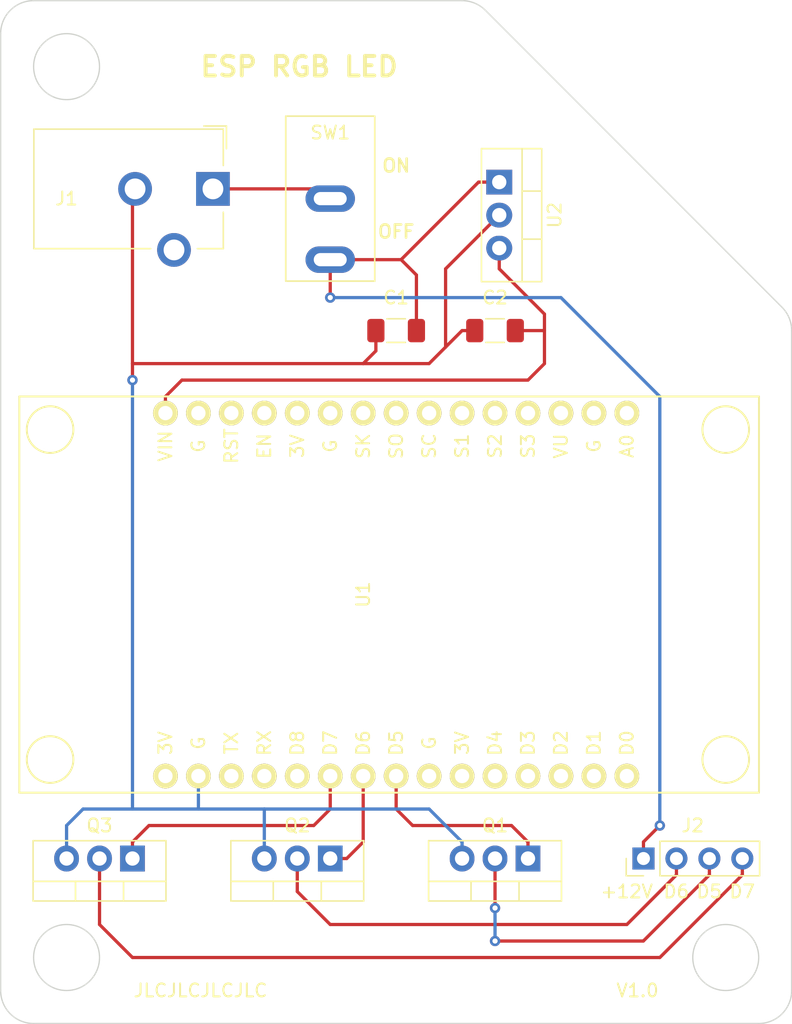
<source format=kicad_pcb>
(kicad_pcb (version 20211014) (generator pcbnew)
  (layers (0 "F.Cu" signal) (31 "B.Cu" signal) (34 "B.Paste" user) (35 "F.Paste" user) (36 "B.SilkS" user "B.Silkscreen") (37 "F.SilkS" user "F.Silkscreen") (38 "B.Mask" user) (39 "F.Mask" user) (44 "Edge.Cuts" user))
  (net 0 "")
  (net 1 "+12V")
  (net 2 "GND")
  (net 3 "Net-(C2-Pad1)")
  (net 5 "Net-(J2-Pad2)")
  (net 6 "Net-(J2-Pad3)")
  (net 7 "Net-(J2-Pad4)")
  (net 8 "Net-(Q1-Pad1)")
  (net 9 "Net-(Q2-Pad1)")
  (net 10 "Net-(Q3-Pad1)")
  (net 36 "Net-(J1-Pad1)")
  (footprint "ESP8266:NodeMCU-LoLinV3" (layer "F.Cu") (at 43.18 60.96 -90)
    (fp_text reference "U1" (at 0 0 90) (layer "F.SilkS"))
    (fp_text value "NodeMCU v3")
    (fp_text user "SC" (at -11.43 -5.08 90) (layer "F.SilkS"))
    (fp_text user "G" (at -11.43 -17.78 90) (layer "F.SilkS"))
    (fp_text user "D1" (at 11.43 -17.78 90) (layer "F.SilkS"))
    (fp_text user "VIN" (at -11.43 15.24 90) (layer "F.SilkS"))
    (fp_text user "TX" (at 11.43 10.16 90) (layer "F.SilkS"))
    (fp_text user "D4" (at 11.43 -10.16 90) (layer "F.SilkS"))
    (fp_text user "S1" (at -11.43 -7.62 90) (layer "F.SilkS"))
    (fp_text user "SO" (at -11.43 -2.54 90) (layer "F.SilkS"))
    (fp_text user "3V" (at 11.43 15.24 90) (layer "F.SilkS"))
    (fp_text user "G" (at -11.43 2.54 90) (layer "F.SilkS"))
    (fp_text user "D3" (at 11.43 -12.7 90) (layer "F.SilkS"))
    (fp_text user "RX" (at 11.43 7.62 90) (layer "F.SilkS"))
    (fp_text user "G" (at 11.43 12.7 90) (layer "F.SilkS"))
    (fp_text user "D5" (at 11.43 -2.54 90) (layer "F.SilkS"))
    (fp_text user "S3" (at -11.43 -12.7 90) (layer "F.SilkS"))
    (fp_text user "EN" (at -11.43 7.62 90) (layer "F.SilkS"))
    (fp_text user "VU" (at -11.43 -15.24 90) (layer "F.SilkS"))
    (fp_text user "D6" (at 11.43 0 90) (layer "F.SilkS"))
    (fp_text user "D7" (at 11.43 2.54 90) (layer "F.SilkS"))
    (fp_text user "3V" (at 11.43 -7.62 90) (layer "F.SilkS"))
    (fp_text user "RST" (at -11.43 10.16 90) (layer "F.SilkS"))
    (fp_text user "D8" (at 11.43 5.08 90) (layer "F.SilkS"))
    (fp_text user "D2" (at 11.43 -15.24 90) (layer "F.SilkS"))
    (fp_text user "G" (at 11.43 -5.08 90) (layer "F.SilkS"))
    (fp_text user "D0" (at 11.43 -20.32 90) (layer "F.SilkS"))
    (fp_text user "SK" (at -11.43 0 90) (layer "F.SilkS"))
    (fp_text user "G" (at -11.43 12.7 90) (layer "F.SilkS"))
    (fp_text user "3V" (at -11.43 5.08 90) (layer "F.SilkS"))
    (fp_text user "S2" (at -11.43 -10.16 90) (layer "F.SilkS"))
    (fp_text user "A0" (at -11.43 -20.32 90) (layer "F.SilkS"))
    (fp_line (start 15.25 -30.5) (end -14.75 -30.5) (layer "F.SilkS") (width 0.15))
    (fp_line (start 15.25 26.5) (end 15.25 -30.5) (layer "F.SilkS") (width 0.15))
    (fp_line (start -15.25 -30.5) (end -15.25 26.5) (layer "F.SilkS") (width 0.15))
    (fp_line (start -14.75 -30.5) (end -15.25 -30.5) (layer "F.SilkS") (width 0.15))
    (fp_line (start -15.25 26.5) (end 15.25 26.5) (layer "F.SilkS") (width 0.15))
    (fp_circle (center 12.7 24.13) (end 13.97 22.86) (layer "F.SilkS") (width 0.15) (fill none))
    (fp_circle (center -12.7 -27.94) (end -11.43 -29.21) (layer "F.SilkS") (width 0.15) (fill none))
    (fp_circle (center 12.7 -27.94) (end 13.97 -29.21) (layer "F.SilkS") (width 0.15) (fill none))
    (fp_circle (center -12.7 24.13) (end -11.43 22.86) (layer "F.SilkS") (width 0.15) (fill none))
    (pad "1" thru_hole circle (at -13.97 -20.32 270) (size 1.905 1.905) (drill 1.1) (layers *.Cu *.Mask "F.SilkS"))
    (pad "2" thru_hole circle (at -13.97 -17.78 270) (size 1.905 1.905) (drill 1.1) (layers *.Cu *.Mask "F.SilkS"))
    (pad "3" thru_hole circle (at -13.97 -15.24 270) (size 1.905 1.905) (drill 1.1) (layers *.Cu *.Mask "F.SilkS"))
    (pad "4" thru_hole circle (at -13.97 -12.7 270) (size 1.905 1.905) (drill 1.1) (layers *.Cu *.Mask "F.SilkS"))
    (pad "5" thru_hole circle (at -13.97 -10.16 270) (size 1.905 1.905) (drill 1.1) (layers *.Cu *.Mask "F.SilkS"))
    (pad "6" thru_hole circle (at -13.97 -7.62 270) (size 1.905 1.905) (drill 1.1) (layers *.Cu *.Mask "F.SilkS"))
    (pad "7" thru_hole circle (at -13.97 -5.08 270) (size 1.905 1.905) (drill 1.1) (layers *.Cu *.Mask "F.SilkS"))
    (pad "8" thru_hole circle (at -13.97 -2.54 270) (size 1.905 1.905) (drill 1.1) (layers *.Cu *.Mask "F.SilkS"))
    (pad "9" thru_hole circle (at -13.97 0 270) (size 1.905 1.905) (drill 1.1) (layers *.Cu *.Mask "F.SilkS"))
    (pad "10" thru_hole circle (at -13.97 2.54 270) (size 1.905 1.905) (drill 1.1) (layers *.Cu *.Mask "F.SilkS"))
    (pad "11" thru_hole circle (at -13.97 5.08 270) (size 1.905 1.905) (drill 1.1) (layers *.Cu *.Mask "F.SilkS"))
    (pad "12" thru_hole circle (at -13.97 7.62 270) (size 1.905 1.905) (drill 1.1) (layers *.Cu *.Mask "F.SilkS"))
    (pad "13" thru_hole circle (at -13.97 10.16 270) (size 1.905 1.905) (drill 1.1) (layers *.Cu *.Mask "F.SilkS"))
    (pad "14" thru_hole circle (at -13.97 12.7 270) (size 1.905 1.905) (drill 1.1) (layers *.Cu *.Mask "F.SilkS"))
    (pad "15" thru_hole circle (at -13.97 15.24 270) (size 1.905 1.905) (drill 1.1) (layers *.Cu *.Mask "F.SilkS") (net 3 "Net-(C2-Pad1)"))
    (pad "16" thru_hole circle (at 13.97 15.24 270) (size 1.905 1.905) (drill 1.1) (layers *.Cu *.Mask "F.SilkS"))
    (pad "17" thru_hole circle (at 13.97 12.7 270) (size 1.905 1.905) (drill 1.1) (layers *.Cu *.Mask "F.SilkS") (net 2 "GND"))
    (pad "18" thru_hole circle (at 13.97 10.16 270) (size 1.905 1.905) (drill 1.1) (layers *.Cu *.Mask "F.SilkS"))
    (pad "19" thru_hole circle (at 13.97 7.62 270) (size 1.905 1.905) (drill 1.1) (layers *.Cu *.Mask "F.SilkS"))
    (pad "20" thru_hole circle (at 13.97 5.08 270) (size 1.905 1.905) (drill 1.1) (layers *.Cu *.Mask "F.SilkS"))
    (pad "21" thru_hole circle (at 13.97 2.54 270) (size 1.905 1.905) (drill 1.1) (layers *.Cu *.Mask "F.SilkS") (net 10 "Net-(Q3-Pad1)"))
    (pad "22" thru_hole circle (at 13.97 0 270) (size 1.905 1.905) (drill 1.1) (layers *.Cu *.Mask "F.SilkS") (net 9 "Net-(Q2-Pad1)"))
    (pad "23" thru_hole circle (at 13.97 -2.54 270) (size 1.905 1.905) (drill 1.1) (layers *.Cu *.Mask "F.SilkS") (net 8 "Net-(Q1-Pad1)"))
    (pad "24" thru_hole circle (at 13.97 -5.08 270) (size 1.905 1.905) (drill 1.1) (layers *.Cu *.Mask "F.SilkS"))
    (pad "25" thru_hole circle (at 13.97 -7.62 270) (size 1.905 1.905) (drill 1.1) (layers *.Cu *.Mask "F.SilkS"))
    (pad "26" thru_hole circle (at 13.97 -10.16 270) (size 1.905 1.905) (drill 1.1) (layers *.Cu *.Mask "F.SilkS"))
    (pad "27" thru_hole circle (at 13.97 -12.7 270) (size 1.905 1.905) (drill 1.1) (layers *.Cu *.Mask "F.SilkS"))
    (pad "28" thru_hole circle (at 13.97 -15.24 270) (size 1.905 1.905) (drill 1.1) (layers *.Cu *.Mask "F.SilkS"))
    (pad "29" thru_hole circle (at 13.97 -17.78 270) (size 1.905 1.905) (drill 1.1) (layers *.Cu *.Mask "F.SilkS"))
    (pad "30" thru_hole circle (at 13.97 -20.32 270) (size 1.905 1.905) (drill 1.1) (layers *.Cu *.Mask "F.SilkS"))
  )
  (footprint "Package_TO_SOT_THT:TO-220-3_Vertical" (layer "F.Cu") (at 40.64 81.28 180)
    (fp_text reference "Q2" (at 2.54 2.54) (layer "F.SilkS"))
    (fp_text value "IRLB8721PBF")
    (fp_line (start -2.58 -3.27) (end -2.58 1.371) (layer "F.SilkS") (width 0.12))
    (fp_line (start -2.58 -1.76) (end 7.66 -1.76) (layer "F.SilkS") (width 0.12))
    (fp_line (start -2.58 -3.27) (end 7.66 -3.27) (layer "F.SilkS") (width 0.12))
    (fp_line (start -2.58 1.371) (end 7.66 1.371) (layer "F.SilkS") (width 0.12))
    (fp_line (start 7.66 -3.27) (end 7.66 1.371) (layer "F.SilkS") (width 0.12))
    (fp_line (start 0.69 -3.27) (end 0.69 -1.76) (layer "F.SilkS") (width 0.12))
    (fp_line (start 4.391 -3.27) (end 4.391 -1.76) (layer "F.SilkS") (width 0.12))
    (pad "1" thru_hole rect (at 0 0 180) (size 1.905 2) (drill 1.1) (layers *.Cu *.Mask) (net 9 "Net-(Q2-Pad1)"))
    (pad "2" thru_hole oval (at 2.54 0 180) (size 1.905 2) (drill 1.1) (layers *.Cu *.Mask) (net 5 "Net-(J2-Pad2)"))
    (pad "3" thru_hole oval (at 5.08 0 180) (size 1.905 2) (drill 1.1) (layers *.Cu *.Mask) (net 2 "GND"))
  )
  (footprint "Capacitor_SMD:C_1206_3216Metric_Pad1.33x1.80mm_HandSolder" (layer "F.Cu") (at 53.34 40.64 180)
    (fp_text reference "C2" (at 0 2.54) (layer "F.SilkS"))
    (fp_text value "0.1µF")
    (fp_line (start -0.711252 0.91) (end 0.711252 0.91) (layer "F.SilkS") (width 0.12))
    (fp_line (start -0.711252 -0.91) (end 0.711252 -0.91) (layer "F.SilkS") (width 0.12))
    (pad "1" smd roundrect (at -1.5625 0 180) (size 1.325 1.8) (layers "F.Cu" "F.Paste" "F.Mask") (roundrect_rratio 0.1886792453) (net 3 "Net-(C2-Pad1)"))
    (pad "2" smd roundrect (at 1.5625 0 180) (size 1.325 1.8) (layers "F.Cu" "F.Paste" "F.Mask") (roundrect_rratio 0.1886792453) (net 2 "GND"))
  )
  (footprint "Package_TO_SOT_THT:TO-220-3_Vertical" (layer "F.Cu") (at 53.665 29.21 -90)
    (fp_text reference "U2" (at 2.54 -4.27 90) (layer "F.SilkS"))
    (fp_text value "LM7805_TO220")
    (fp_line (start -2.58 -3.27) (end -2.58 1.371) (layer "F.SilkS") (width 0.12))
    (fp_line (start 7.66 -3.27) (end 7.66 1.371) (layer "F.SilkS") (width 0.12))
    (fp_line (start -2.58 -3.27) (end 7.66 -3.27) (layer "F.SilkS") (width 0.12))
    (fp_line (start 4.391 -3.27) (end 4.391 -1.76) (layer "F.SilkS") (width 0.12))
    (fp_line (start -2.58 1.371) (end 7.66 1.371) (layer "F.SilkS") (width 0.12))
    (fp_line (start 0.69 -3.27) (end 0.69 -1.76) (layer "F.SilkS") (width 0.12))
    (fp_line (start -2.58 -1.76) (end 7.66 -1.76) (layer "F.SilkS") (width 0.12))
    (pad "1" thru_hole rect (at 0 0 270) (size 1.905 2) (drill 1.1) (layers *.Cu *.Mask) (net 1 "+12V"))
    (pad "2" thru_hole oval (at 2.54 0 270) (size 1.905 2) (drill 1.1) (layers *.Cu *.Mask) (net 2 "GND"))
    (pad "3" thru_hole oval (at 5.08 0 270) (size 1.905 2) (drill 1.1) (layers *.Cu *.Mask) (net 3 "Net-(C2-Pad1)"))
  )
  (footprint "Connector_BarrelJack:BarrelJack_CUI_PJ-102AH_Horizontal" (layer "F.Cu") (at 31.6 29.73 -90)
    (fp_text reference "J1" (at 0.75 11.28) (layer "F.SilkS"))
    (fp_text value "Barrel_Jack_Switch")
    (fp_line (start -4.6 13.8) (end -4.6 -0.8) (layer "F.SilkS") (width 0.12))
    (fp_line (start 4.6 4.8) (end 4.6 13.8) (layer "F.SilkS") (width 0.12))
    (fp_line (start 4.6 13.8) (end -4.6 13.8) (layer "F.SilkS") (width 0.12))
    (fp_line (start -4.84 -1.04) (end -3.1 -1.04) (layer "F.SilkS") (width 0.12))
    (fp_line (start -4.6 -0.8) (end -1.8 -0.8) (layer "F.SilkS") (width 0.12))
    (fp_line (start 4.6 -0.8) (end 4.6 1.2) (layer "F.SilkS") (width 0.12))
    (fp_line (start -4.84 0.7) (end -4.84 -1.04) (layer "F.SilkS") (width 0.12))
    (fp_line (start 1.8 -0.8) (end 4.6 -0.8) (layer "F.SilkS") (width 0.12))
    (pad "1" thru_hole rect (at 0 0 270) (size 2.6 2.6) (drill 1.6) (layers *.Cu *.Mask) (net 36 "Net-(J1-Pad1)"))
    (pad "2" thru_hole circle (at 0 6 270) (size 2.6 2.6) (drill 1.6) (layers *.Cu *.Mask) (net 2 "GND"))
    (pad "3" thru_hole circle (at 4.7 3 270) (size 2.6 2.6) (drill 1.6) (layers *.Cu *.Mask))
  )
  (footprint "Connector_PinHeader_2.54mm:PinHeader_1x04_P2.54mm_Vertical" (layer "F.Cu") (at 64.78 81.28 90)
    (fp_text reference "J2" (at 2.54 3.8) (layer "F.SilkS"))
    (fp_text value "Conn_01x04")
    (fp_line (start -1.33 1.27) (end -1.33 8.95) (layer "F.SilkS") (width 0.12))
    (fp_line (start -1.33 -1.33) (end 0 -1.33) (layer "F.SilkS") (width 0.12))
    (fp_line (start -1.33 0) (end -1.33 -1.33) (layer "F.SilkS") (width 0.12))
    (fp_line (start -1.33 1.27) (end 1.33 1.27) (layer "F.SilkS") (width 0.12))
    (fp_line (start 1.33 1.27) (end 1.33 8.95) (layer "F.SilkS") (width 0.12))
    (fp_line (start -1.33 8.95) (end 1.33 8.95) (layer "F.SilkS") (width 0.12))
    (pad "1" thru_hole rect (at 0 0 90) (size 1.7 1.7) (drill 1) (layers *.Cu *.Mask) (net 1 "+12V"))
    (pad "2" thru_hole oval (at 0 2.54 90) (size 1.7 1.7) (drill 1) (layers *.Cu *.Mask) (net 5 "Net-(J2-Pad2)"))
    (pad "3" thru_hole oval (at 0 5.08 90) (size 1.7 1.7) (drill 1) (layers *.Cu *.Mask) (net 6 "Net-(J2-Pad3)"))
    (pad "4" thru_hole oval (at 0 7.62 90) (size 1.7 1.7) (drill 1) (layers *.Cu *.Mask) (net 7 "Net-(J2-Pad4)"))
  )
  (footprint "Sean:RSPro_Toggle_SPST" (layer "F.Cu") (at 40.64 30.48 180)
    (fp_text reference "SW1" (at 0 5.08) (layer "F.SilkS"))
    (fp_text value "SW_SPST")
    (fp_rect (start -3.429 -6.35) (end 3.429 6.35) (layer "F.SilkS") (width 0.127) (fill none))
    (pad "1" thru_hole oval (at 0 0 180) (size 3.81 2.032) (drill oval 2.54 1.016) (layers *.Cu *.Mask) (net 36 "Net-(J1-Pad1)"))
    (pad "2" thru_hole oval (at 0 -4.699 180) (size 3.81 2.032) (drill oval 2.54 1.016) (layers *.Cu *.Mask) (net 1 "+12V"))
  )
  (footprint "Package_TO_SOT_THT:TO-220-3_Vertical" (layer "F.Cu") (at 25.4 81.28 180)
    (fp_text reference "Q3" (at 2.54 2.54) (layer "F.SilkS"))
    (fp_text value "IRLB8721PBF")
    (fp_line (start -2.58 -3.27) (end -2.58 1.371) (layer "F.SilkS") (width 0.12))
    (fp_line (start 7.66 -3.27) (end 7.66 1.371) (layer "F.SilkS") (width 0.12))
    (fp_line (start -2.58 -1.76) (end 7.66 -1.76) (layer "F.SilkS") (width 0.12))
    (fp_line (start 4.391 -3.27) (end 4.391 -1.76) (layer "F.SilkS") (width 0.12))
    (fp_line (start 0.69 -3.27) (end 0.69 -1.76) (layer "F.SilkS") (width 0.12))
    (fp_line (start -2.58 -3.27) (end 7.66 -3.27) (layer "F.SilkS") (width 0.12))
    (fp_line (start -2.58 1.371) (end 7.66 1.371) (layer "F.SilkS") (width 0.12))
    (pad "1" thru_hole rect (at 0 0 180) (size 1.905 2) (drill 1.1) (layers *.Cu *.Mask) (net 10 "Net-(Q3-Pad1)"))
    (pad "2" thru_hole oval (at 2.54 0 180) (size 1.905 2) (drill 1.1) (layers *.Cu *.Mask) (net 7 "Net-(J2-Pad4)"))
    (pad "3" thru_hole oval (at 5.08 0 180) (size 1.905 2) (drill 1.1) (layers *.Cu *.Mask) (net 2 "GND"))
  )
  (footprint "Capacitor_SMD:C_1206_3216Metric_Pad1.33x1.80mm_HandSolder" (layer "F.Cu") (at 45.72 40.64 180)
    (fp_text reference "C1" (at 0 2.54) (layer "F.SilkS"))
    (fp_text value "0.33µF")
    (fp_line (start -0.711252 -0.91) (end 0.711252 -0.91) (layer "F.SilkS") (width 0.12))
    (fp_line (start -0.711252 0.91) (end 0.711252 0.91) (layer "F.SilkS") (width 0.12))
    (pad "1" smd roundrect (at -1.5625 0 180) (size 1.325 1.8) (layers "F.Cu" "F.Paste" "F.Mask") (roundrect_rratio 0.1886792453) (net 1 "+12V"))
    (pad "2" smd roundrect (at 1.5625 0 180) (size 1.325 1.8) (layers "F.Cu" "F.Paste" "F.Mask") (roundrect_rratio 0.1886792453) (net 2 "GND"))
  )
  (footprint "Package_TO_SOT_THT:TO-220-3_Vertical" (layer "F.Cu") (at 55.88 81.28 180)
    (fp_text reference "Q1" (at 2.54 2.54) (layer "F.SilkS"))
    (fp_text value "IRLB8721PBF")
    (fp_line (start -2.58 -3.27) (end -2.58 1.371) (layer "F.SilkS") (width 0.12))
    (fp_line (start -2.58 -1.76) (end 7.66 -1.76) (layer "F.SilkS") (width 0.12))
    (fp_line (start 7.66 -3.27) (end 7.66 1.371) (layer "F.SilkS") (width 0.12))
    (fp_line (start 4.391 -3.27) (end 4.391 -1.76) (layer "F.SilkS") (width 0.12))
    (fp_line (start 0.69 -3.27) (end 0.69 -1.76) (layer "F.SilkS") (width 0.12))
    (fp_line (start -2.58 -3.27) (end 7.66 -3.27) (layer "F.SilkS") (width 0.12))
    (fp_line (start -2.58 1.371) (end 7.66 1.371) (layer "F.SilkS") (width 0.12))
    (pad "1" thru_hole rect (at 0 0 180) (size 1.905 2) (drill 1.1) (layers *.Cu *.Mask) (net 8 "Net-(Q1-Pad1)"))
    (pad "2" thru_hole oval (at 2.54 0 180) (size 1.905 2) (drill 1.1) (layers *.Cu *.Mask) (net 6 "Net-(J2-Pad3)"))
    (pad "3" thru_hole oval (at 5.08 0 180) (size 1.905 2) (drill 1.1) (layers *.Cu *.Mask) (net 2 "GND"))
  )
  (gr_arc (start 76.2 91.44) (mid 75.456051 93.236051) (end 73.66 93.98) (layer "Edge.Cuts") (width 0.1))
  (gr_circle (center 71.12 88.9) (end 68.58 88.9) (layer "Edge.Cuts") (width 0.1) (fill none))
  (gr_line (start 75.456051 38.843949) (end 52.596051 15.983949) (layer "Edge.Cuts") (width 0.1))
  (gr_arc (start 15.24 17.78) (mid 15.983949 15.983949) (end 17.78 15.24) (layer "Edge.Cuts") (width 0.1))
  (gr_circle (center 20.32 88.9) (end 17.78 88.9) (layer "Edge.Cuts") (width 0.1) (fill none))
  (gr_line (start 76.2 91.44) (end 76.2 40.64) (layer "Edge.Cuts") (width 0.1))
  (gr_circle (center 20.32 20.32) (end 17.78 20.32) (layer "Edge.Cuts") (width 0.1) (fill none))
  (gr_arc (start 75.456051 38.843949) (mid 76.006654 39.667984) (end 76.2 40.64) (layer "Edge.Cuts") (width 0.1))
  (gr_arc (start 50.8 15.24) (mid 51.772016 15.433346) (end 52.596051 15.983949) (layer "Edge.Cuts") (width 0.1))
  (gr_arc (start 17.78 93.98) (mid 15.983949 93.236051) (end 15.24 91.44) (layer "Edge.Cuts") (width 0.1))
  (gr_line (start 15.24 17.78) (end 15.24 91.44) (layer "Edge.Cuts") (width 0.1))
  (gr_line (start 50.8 15.24) (end 17.78 15.24) (layer "Edge.Cuts") (width 0.1))
  (gr_line (start 17.78 93.98) (end 73.66 93.98) (layer "Edge.Cuts") (width 0.1))
  (gr_text "V1.0" (at 66.04 91.44) (layer "F.SilkS") (effects (font (size 1 1)) (justify right)))
  (gr_text "D6" (at 67.31 83.82) (layer "F.SilkS") (effects (font (size 1 1))))
  (gr_text "OFF" (at 45.72 33.02) (layer "F.SilkS") (effects (font (size 1 1) (thickness 0.2))))
  (gr_text "ON" (at 45.72 27.94) (layer "F.SilkS") (effects (font (size 1 1) (thickness 0.2))))
  (gr_text "JLCJLCJLCJLC" (at 25.4 91.44) (layer "F.SilkS") (effects (font (size 1 1)) (justify left)))
  (gr_text "D7" (at 72.39 83.82) (layer "F.SilkS") (effects (font (size 1 1))))
  (gr_text "+12V" (at 63.5 83.82) (layer "F.SilkS") (effects (font (size 1 1))))
  (gr_text "ESP RGB LED" (at 30.48 20.32) (layer "F.SilkS") (effects (font (size 1.5 1.5) (thickness 0.3)) (justify left)))
  (gr_text "D5" (at 69.85 83.82) (layer "F.SilkS") (effects (font (size 1 1))))
  (segment (start 64.78 80) (end 64.78 81.28) (width 0.25) (layer "F.Cu") (net 1))
  (segment (start 47.2825 40.64) (end 47.2825 36.3605) (width 0.25) (layer "F.Cu") (net 1))
  (segment (start 66.04 78.74) (end 64.78 80) (width 0.25) (layer "F.Cu") (net 1))
  (segment (start 46.101 35.179) (end 52.07 29.21) (width 0.25) (layer "F.Cu") (net 1))
  (segment (start 52.07 29.21) (end 53.665 29.21) (width 0.25) (layer "F.Cu") (net 1))
  (segment (start 47.2825 36.3605) (end 46.101 35.179) (width 0.25) (layer "F.Cu") (net 1))
  (segment (start 40.64 35.179) (end 40.64 38.1) (width 0.25) (layer "F.Cu") (net 1))
  (segment (start 40.64 35.179) (end 46.101 35.179) (width 0.25) (layer "F.Cu") (net 1))
  (via (at 40.64 38.1) (size 0.8) (drill 0.4) (layers "F.Cu" "B.Cu") (net 1))
  (via (at 66.04 78.74) (size 0.8) (drill 0.4) (layers "F.Cu" "B.Cu") (net 1))
  (segment (start 58.42 38.1) (end 66.04 45.72) (width 0.25) (layer "B.Cu") (net 1))
  (segment (start 40.64 38.1) (end 58.42 38.1) (width 0.25) (layer "B.Cu") (net 1))
  (segment (start 66.04 78.74) (end 66.04 45.72) (width 0.25) (layer "B.Cu") (net 1))
  (segment (start 44.1575 42.2025) (end 43.18 43.18) (width 0.25) (layer "F.Cu") (net 2))
  (segment (start 50.8 40.64) (end 49.53 41.91) (width 0.25) (layer "F.Cu") (net 2))
  (segment (start 53.665 31.75) (end 49.53 35.885) (width 0.25) (layer "F.Cu") (net 2))
  (segment (start 49.53 41.91) (end 48.26 43.18) (width 0.25) (layer "F.Cu") (net 2))
  (segment (start 25.4 43.18) (end 25.4 30.48) (width 0.25) (layer "F.Cu") (net 2))
  (segment (start 49.53 35.885) (end 49.53 41.91) (width 0.25) (layer "F.Cu") (net 2))
  (segment (start 43.18 43.18) (end 25.4 43.18) (width 0.25) (layer "F.Cu") (net 2))
  (segment (start 48.26 43.18) (end 43.18 43.18) (width 0.25) (layer "F.Cu") (net 2))
  (segment (start 51.7775 40.64) (end 50.8 40.64) (width 0.25) (layer "F.Cu") (net 2))
  (segment (start 25.4 44.45) (end 25.4 43.18) (width 0.25) (layer "F.Cu") (net 2))
  (segment (start 44.1575 40.64) (end 44.1575 42.2025) (width 0.25) (layer "F.Cu") (net 2))
  (via (at 25.4 44.45) (size 0.8) (drill 0.4) (layers "F.Cu" "B.Cu") (net 2))
  (segment (start 25.4 44.45) (end 25.4 77.47) (width 0.25) (layer "B.Cu") (net 2))
  (segment (start 20.32 78.74) (end 21.59 77.47) (width 0.25) (layer "B.Cu") (net 2))
  (segment (start 48.26 77.47) (end 35.56 77.47) (width 0.25) (layer "B.Cu") (net 2))
  (segment (start 50.8 81.28) (end 50.8 80.01) (width 0.25) (layer "B.Cu") (net 2))
  (segment (start 30.48 74.93) (end 30.48 77.47) (width 0.25) (layer "B.Cu") (net 2))
  (segment (start 20.32 81.28) (end 20.32 78.74) (width 0.25) (layer "B.Cu") (net 2))
  (segment (start 25.4 77.47) (end 35.56 77.47) (width 0.25) (layer "B.Cu") (net 2))
  (segment (start 35.56 81.28) (end 35.56 77.47) (width 0.25) (layer "B.Cu") (net 2))
  (segment (start 50.8 80.01) (end 48.26 77.47) (width 0.25) (layer "B.Cu") (net 2))
  (segment (start 21.59 77.47) (end 25.4 77.47) (width 0.25) (layer "B.Cu") (net 2))
  (segment (start 55.88 44.45) (end 29.21 44.45) (width 0.25) (layer "F.Cu") (net 3))
  (segment (start 57.15 43.18) (end 55.88 44.45) (width 0.25) (layer "F.Cu") (net 3))
  (segment (start 29.21 44.45) (end 27.94 45.72) (width 0.25) (layer "F.Cu") (net 3))
  (segment (start 53.665 34.29) (end 53.665 35.885) (width 0.25) (layer "F.Cu") (net 3))
  (segment (start 54.9025 40.64) (end 57.15 40.64) (width 0.25) (layer "F.Cu") (net 3))
  (segment (start 53.665 35.885) (end 57.15 39.37) (width 0.25) (layer "F.Cu") (net 3))
  (segment (start 57.15 39.37) (end 57.15 40.64) (width 0.25) (layer "F.Cu") (net 3))
  (segment (start 57.15 40.64) (end 57.15 43.18) (width 0.25) (layer "F.Cu") (net 3))
  (segment (start 27.94 45.72) (end 27.94 46.99) (width 0.25) (layer "F.Cu") (net 3))
  (segment (start 38.1 81.28) (end 38.1 83.82) (width 0.25) (layer "F.Cu") (net 5))
  (segment (start 40.64 86.36) (end 63.5 86.36) (width 0.25) (layer "F.Cu") (net 5))
  (segment (start 67.32 82.54) (end 63.5 86.36) (width 0.25) (layer "F.Cu") (net 5))
  (segment (start 67.32 81.28) (end 67.32 82.54) (width 0.25) (layer "F.Cu") (net 5))
  (segment (start 38.1 83.82) (end 40.64 86.36) (width 0.25) (layer "F.Cu") (net 5))
  (segment (start 64.77 87.63) (end 53.34 87.63) (width 0.25) (layer "F.Cu") (net 6))
  (segment (start 53.34 85.09) (end 53.34 81.28) (width 0.25) (layer "F.Cu") (net 6))
  (segment (start 69.86 81.28) (end 69.86 82.54) (width 0.25) (layer "F.Cu") (net 6))
  (segment (start 64.77 87.63) (end 69.86 82.54) (width 0.25) (layer "F.Cu") (net 6))
  (via (at 53.34 85.09) (size 0.8) (drill 0.4) (layers "F.Cu" "B.Cu") (net 6))
  (via (at 53.34 87.63) (size 0.8) (drill 0.4) (layers "F.Cu" "B.Cu") (net 6))
  (segment (start 53.34 87.63) (end 53.34 85.09) (width 0.25) (layer "B.Cu") (net 6))
  (segment (start 66.04 88.9) (end 25.4 88.9) (width 0.25) (layer "F.Cu") (net 7))
  (segment (start 72.4 81.28) (end 72.4 82.54) (width 0.25) (layer "F.Cu") (net 7))
  (segment (start 22.86 86.36) (end 22.86 81.28) (width 0.25) (layer "F.Cu") (net 7))
  (segment (start 25.4 88.9) (end 22.86 86.36) (width 0.25) (layer "F.Cu") (net 7))
  (segment (start 72.4 82.54) (end 66.04 88.9) (width 0.25) (layer "F.Cu") (net 7))
  (segment (start 54.61 78.74) (end 46.99 78.74) (width 0.25) (layer "F.Cu") (net 8))
  (segment (start 55.88 80.01) (end 54.61 78.74) (width 0.25) (layer "F.Cu") (net 8))
  (segment (start 46.99 78.74) (end 45.72 77.47) (width 0.25) (layer "F.Cu") (net 8))
  (segment (start 45.72 77.47) (end 45.72 74.93) (width 0.25) (layer "F.Cu") (net 8))
  (segment (start 55.88 81.28) (end 55.88 80.01) (width 0.25) (layer "F.Cu") (net 8))
  (segment (start 43.18 80.01) (end 41.91 81.28) (width 0.25) (layer "F.Cu") (net 9))
  (segment (start 41.91 81.28) (end 40.64 81.28) (width 0.25) (layer "F.Cu") (net 9))
  (segment (start 43.18 74.93) (end 43.18 80.01) (width 0.25) (layer "F.Cu") (net 9))
  (segment (start 25.4 80.01) (end 25.4 81.28) (width 0.25) (layer "F.Cu") (net 10))
  (segment (start 40.64 74.93) (end 40.64 77.47) (width 0.25) (layer "F.Cu") (net 10))
  (segment (start 26.67 78.74) (end 25.4 80.01) (width 0.25) (layer "F.Cu") (net 10))
  (segment (start 40.64 77.47) (end 39.37 78.74) (width 0.25) (layer "F.Cu") (net 10))
  (segment (start 39.37 78.74) (end 26.67 78.74) (width 0.25) (layer "F.Cu") (net 10))
  (segment (start 39.89 29.73) (end 40.64 30.48) (width 0.25) (layer "F.Cu") (net 36))
  (segment (start 31.6 29.73) (end 39.89 29.73) (width 0.25) (layer "F.Cu") (net 36))
)
</source>
